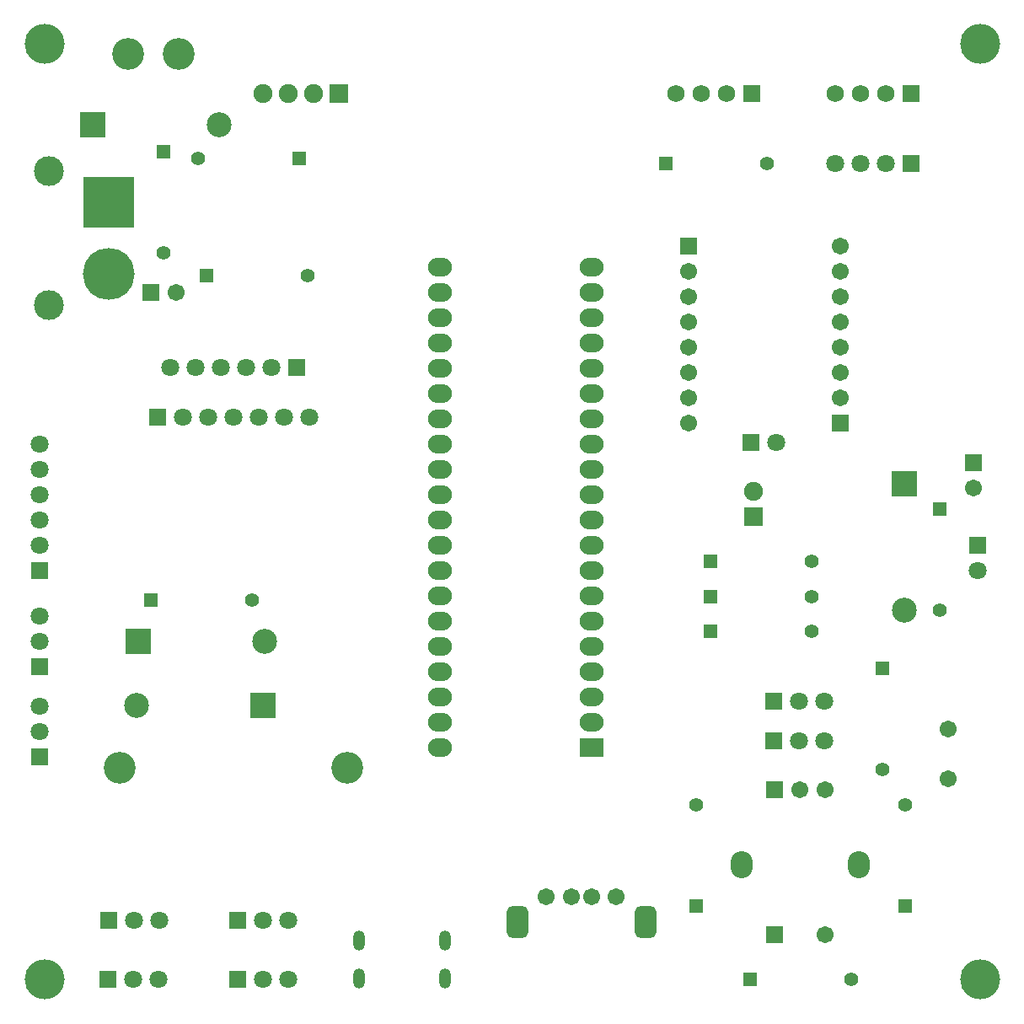
<source format=gbs>
G04*
G04 #@! TF.GenerationSoftware,Altium Limited,Altium Designer,21.2.1 (34)*
G04*
G04 Layer_Color=16711935*
%FSLAX25Y25*%
%MOIN*%
G70*
G04*
G04 #@! TF.SameCoordinates,22B55974-3201-4BD1-88E3-0356CD7B76C8*
G04*
G04*
G04 #@! TF.FilePolarity,Negative*
G04*
G01*
G75*
%ADD39O,0.09461X0.07335*%
%ADD40R,0.09461X0.07335*%
%ADD41C,0.05524*%
%ADD42R,0.05524X0.05524*%
%ADD43R,0.05524X0.05524*%
%ADD44C,0.09855*%
%ADD45R,0.09855X0.09855*%
%ADD46C,0.12611*%
%ADD47C,0.07099*%
%ADD48R,0.07099X0.07099*%
%ADD49R,0.07099X0.07099*%
%ADD50R,0.06706X0.06706*%
%ADD51C,0.06706*%
%ADD52O,0.08674X0.10642*%
%ADD53R,0.06706X0.06706*%
%ADD54R,0.06800X0.06800*%
%ADD55C,0.06800*%
%ADD56C,0.15761*%
%ADD57C,0.07493*%
%ADD58R,0.07493X0.07493*%
%ADD59R,0.09855X0.09855*%
%ADD60O,0.04737X0.07887*%
%ADD61R,0.07493X0.07493*%
%ADD62C,0.11824*%
%ADD63R,0.20485X0.20485*%
%ADD64C,0.20485*%
G04:AMPARAMS|DCode=65|XSize=86.74mil|YSize=126.11mil|CornerRadius=23.68mil|HoleSize=0mil|Usage=FLASHONLY|Rotation=0.000|XOffset=0mil|YOffset=0mil|HoleType=Round|Shape=RoundedRectangle|*
%AMROUNDEDRECTD65*
21,1,0.08674,0.07874,0,0,0.0*
21,1,0.03937,0.12611,0,0,0.0*
1,1,0.04737,0.01968,-0.03937*
1,1,0.04737,-0.01968,-0.03937*
1,1,0.04737,-0.01968,0.03937*
1,1,0.04737,0.01968,0.03937*
%
%ADD65ROUNDEDRECTD65*%
D39*
X157035Y282469D02*
D03*
Y272468D02*
D03*
Y262469D02*
D03*
Y252468D02*
D03*
Y242469D02*
D03*
Y232469D02*
D03*
Y222468D02*
D03*
Y212469D02*
D03*
Y202468D02*
D03*
Y192469D02*
D03*
Y182468D02*
D03*
Y172468D02*
D03*
Y162469D02*
D03*
Y152469D02*
D03*
Y142469D02*
D03*
Y132468D02*
D03*
Y122468D02*
D03*
Y112469D02*
D03*
Y102469D02*
D03*
Y92469D02*
D03*
X217035Y282469D02*
D03*
Y272468D02*
D03*
Y262469D02*
D03*
Y252468D02*
D03*
Y242469D02*
D03*
Y232469D02*
D03*
Y222468D02*
D03*
Y212469D02*
D03*
Y202468D02*
D03*
Y192469D02*
D03*
Y182468D02*
D03*
Y172468D02*
D03*
Y162469D02*
D03*
Y152469D02*
D03*
Y142469D02*
D03*
Y132468D02*
D03*
Y122468D02*
D03*
Y112469D02*
D03*
Y102469D02*
D03*
D40*
Y92469D02*
D03*
D41*
X332000Y83500D02*
D03*
X82500Y150500D02*
D03*
X303965Y138295D02*
D03*
X286248Y323335D02*
D03*
X354500Y146500D02*
D03*
X303965Y165854D02*
D03*
X258374Y69713D02*
D03*
X341051D02*
D03*
X319713Y500D02*
D03*
X303965Y152075D02*
D03*
X104476Y279043D02*
D03*
X61209Y325303D02*
D03*
X47744Y287902D02*
D03*
D42*
X332000Y123500D02*
D03*
X354500Y186500D02*
D03*
X258374Y29713D02*
D03*
X341051D02*
D03*
X47744Y327902D02*
D03*
D43*
X42500Y150500D02*
D03*
X263965Y138295D02*
D03*
X246248Y323335D02*
D03*
X263965Y165854D02*
D03*
X279713Y500D02*
D03*
X263965Y152075D02*
D03*
X64476Y279043D02*
D03*
X101209Y325303D02*
D03*
D44*
X69500Y338500D02*
D03*
X37000Y109000D02*
D03*
X340500Y146500D02*
D03*
X87500Y134374D02*
D03*
D45*
X19500Y338500D02*
D03*
X87000Y109000D02*
D03*
X37500Y134374D02*
D03*
D46*
X120146Y84280D02*
D03*
X30461D02*
D03*
X53650Y366642D02*
D03*
X33650D02*
D03*
D47*
X105303Y222941D02*
D03*
X85303Y222941D02*
D03*
X65303Y222941D02*
D03*
X55303D02*
D03*
X75303D02*
D03*
X95303D02*
D03*
X-1469Y202468D02*
D03*
X-1469Y182468D02*
D03*
Y172468D02*
D03*
Y192469D02*
D03*
Y212469D02*
D03*
X298961Y110606D02*
D03*
X308961D02*
D03*
X298961Y94858D02*
D03*
X308961D02*
D03*
X60303Y242626D02*
D03*
X80303Y242626D02*
D03*
X90303D02*
D03*
X70303D02*
D03*
X50303D02*
D03*
X289870Y213098D02*
D03*
X313335Y323335D02*
D03*
X333335D02*
D03*
X323335D02*
D03*
X35933Y24122D02*
D03*
X45933D02*
D03*
X35776Y500D02*
D03*
X45776D02*
D03*
X87114Y24122D02*
D03*
X97114D02*
D03*
X87114Y500D02*
D03*
X97114D02*
D03*
X369748Y162209D02*
D03*
X-1469Y98768D02*
D03*
Y108768D02*
D03*
Y134201D02*
D03*
Y144201D02*
D03*
D48*
X45303Y222941D02*
D03*
X288961Y110606D02*
D03*
Y94858D02*
D03*
X100303Y242626D02*
D03*
X280028Y213098D02*
D03*
X343335Y323335D02*
D03*
X25933Y24122D02*
D03*
X25776Y500D02*
D03*
X77114Y24122D02*
D03*
Y500D02*
D03*
D49*
X-1469Y162469D02*
D03*
X369748Y172209D02*
D03*
X-1469Y88768D02*
D03*
Y124201D02*
D03*
D50*
X255461Y290500D02*
D03*
X315461Y220500D02*
D03*
X367858Y205110D02*
D03*
D51*
X255461Y280500D02*
D03*
Y270500D02*
D03*
Y260500D02*
D03*
Y250500D02*
D03*
Y240500D02*
D03*
Y230500D02*
D03*
Y220500D02*
D03*
X315461Y290500D02*
D03*
Y280500D02*
D03*
Y270500D02*
D03*
Y260500D02*
D03*
Y250500D02*
D03*
Y240500D02*
D03*
Y230500D02*
D03*
X309444Y18417D02*
D03*
X299444Y75503D02*
D03*
X309444D02*
D03*
X358000Y99500D02*
D03*
Y79815D02*
D03*
X52744Y272153D02*
D03*
X367858Y195110D02*
D03*
X226681Y33177D02*
D03*
X216839D02*
D03*
X208965D02*
D03*
X199122D02*
D03*
D52*
X276413Y45976D02*
D03*
X322476Y45976D02*
D03*
D53*
X289444Y18417D02*
D03*
Y75503D02*
D03*
X42744Y272153D02*
D03*
D54*
X280185Y350894D02*
D03*
X343335D02*
D03*
D55*
X270185D02*
D03*
X260185D02*
D03*
X250185D02*
D03*
X333335D02*
D03*
X323335D02*
D03*
X313335D02*
D03*
D56*
X500Y500D02*
D03*
X370579D02*
D03*
Y370579D02*
D03*
X500D02*
D03*
D57*
X281000Y193500D02*
D03*
X106957Y350894D02*
D03*
X86957D02*
D03*
X96957D02*
D03*
D58*
X281000Y183500D02*
D03*
D59*
X340500Y196500D02*
D03*
D60*
X158988Y15973D02*
D03*
X124988Y1013D02*
D03*
Y15973D02*
D03*
X158988Y1013D02*
D03*
D61*
X116957Y350894D02*
D03*
D62*
X2468Y267232D02*
D03*
Y320382D02*
D03*
D63*
X26091Y307980D02*
D03*
D64*
Y279634D02*
D03*
D65*
X238295Y23138D02*
D03*
X187508D02*
D03*
M02*

</source>
